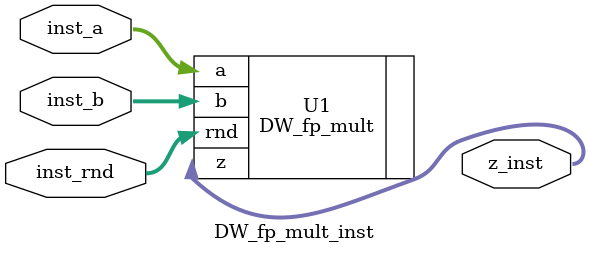
<source format=v>
/*
`include "/usr/cad/synopsys/synthesis/cur/dw/sim_ver/DW_fp_add.v"
`include "/usr/cad/synopsys/synthesis/cur/dw/sim_ver/DW_fp_sub.v"
`include "/usr/cad/synopsys/synthesis/cur/dw/sim_ver/DW_fp_addsub.v"
`include "/usr/cad/synopsys/synthesis/cur/dw/sim_ver/DW_fp_mult.v"
*/
// synopsys translate_on
module NN(
	// Input signals
	clk,
	rst_n,
	in_valid_d,
	in_valid_t,
	in_valid_w1,
	in_valid_w2,
	data_point,
	target,
	weight1,
	weight2,
	// Output signals
	out_valid,
	out
);

input clk,rst_n,in_valid_d,in_valid_t,in_valid_w1,in_valid_w2;
input [31:0] data_point,target,weight1,weight2;
output out_valid;
output [31:0] out;

//parameter
localparam IDLE   = 3'b000;
localparam   BW   = 3'b001;
localparam   WB   = 3'b010;
localparam   OUT  = 3'b100;

parameter LEARNING_RATE = 32'h3A83126F; 
parameter FP_ZERO = 32'b0_0000_0000_00000000000000000000000 ;
parameter STATE = 3;
parameter DATA_LENGTH = 32;

integer i;

//wire
wire [DATA_LENGTH-1:0] m_out_1_wire,m_out_2_wire,m_out_3_wire;
wire [DATA_LENGTH-1:0] S_A_1_wire,S_A_2_wire,S_A_3_wire;

//reg
reg [STATE-1:0] current_state,next_state;
reg [1:0] counter_reg_state,counter_reg_data;

//reg_combination
reg [DATA_LENGTH-1:0] in_S_A_b1_reg,in_S_A_b2_reg,in_S_A_b3_reg;
reg [DATA_LENGTH-1:0] in_S_A_a1_reg,in_S_A_a2_reg,in_S_A_a3_reg;
reg [DATA_LENGTH-1:0] in_M_a1_reg,in_M_a2_reg,in_M_a3_reg;
reg [DATA_LENGTH-1:0] in_M_b1_reg,in_M_b2_reg,in_M_b3_reg;
reg [2:0]  in_S_A_op_reg;

//data's reg
reg [DATA_LENGTH-1:0] weight1_reg [0:11];
reg [DATA_LENGTH-1:0] weight2_reg [0:2];
reg [DATA_LENGTH-1:0] data_point_reg [0:3];
reg [DATA_LENGTH-1:0] target_reg;

//temp's reg
reg [2:0] grd_reg ;//gradient
reg [DATA_LENGTH-1:0] y_reg [0:2];
reg [DATA_LENGTH-1:0] delta_2;
reg [DATA_LENGTH-1:0] mul_reg [0:2];
reg [DATA_LENGTH-1:0] out_reg;

//output
assign out_valid = current_state[STATE-1] & counter_reg_state == 2'd1 ? 1 : 0;
assign out = current_state[STATE-1] & counter_reg_state == 2'd1 ? out_reg : FP_ZERO;

//flag
wire bw_start = counter_reg_state ==  'd3 & in_valid_d ;//may be merge
wire wb_bw_done  = counter_reg_state ==  'd3;
wire out_done = counter_reg_state == 'd2;

//================================================================
//  FSM
//================================================================ 

always @(posedge clk or negedge rst_n) begin
	if(~rst_n) begin
		current_state <= IDLE;
	end 
	else begin
		current_state <= next_state;
	end
end

always @(*) begin 
	case (current_state)
		IDLE : next_state = bw_start    ? BW   : IDLE;
		 BW  : next_state = wb_bw_done  ? WB   : BW;
		 WB  : next_state = wb_bw_done  ? OUT  : WB; 
		 OUT : next_state = out_done    ? IDLE : OUT; 
		default : next_state = IDLE;
	endcase
end

//================================================================
//  counter
//================================================================

//counter_reg_state
always @(posedge clk or negedge rst_n) begin 
	if(~rst_n) begin
		counter_reg_state <= 'd0;
	end 
	else begin
		case (current_state)
			IDLE  : counter_reg_state <= in_valid_d | in_valid_w1 ? counter_reg_state + 'd1 : 'd0;
			 BW   : counter_reg_state <= counter_reg_state + 'd1 ;
			 WB   : counter_reg_state <= counter_reg_state + 'd1 ;
			 OUT  : counter_reg_state <= out_done ? 'd0 : counter_reg_state + 'd1 ;
			default : counter_reg_state <= 'd0;
		endcase
	end
end

//counter_reg_data
always @(posedge clk or negedge rst_n) begin 
	if(~rst_n) begin
		counter_reg_data <= 'd0;
	end 
	else begin
		if(current_state == IDLE) begin
			if(counter_reg_state == 'd3) begin
				counter_reg_data <= counter_reg_data + 'd1;
			end
			else begin
				counter_reg_data <= counter_reg_data;
			end
		end
		else begin
			counter_reg_data <= 'd0;
		end
	end
end

//================================================================
//  data storage
//================================================================

//weight1_reg
always @(posedge clk or negedge rst_n) begin 
	if(~rst_n) begin
		for(i=0;i<12;i=i+1) begin
			weight1_reg[i] <= FP_ZERO;
		end
	end 
	else begin
		if(in_valid_w1) begin
			case (counter_reg_data)
				'd0:weight1_reg[counter_reg_state] <= weight1;
				'd1:weight1_reg[counter_reg_state + 4] <= weight1;
				'd2:weight1_reg[counter_reg_state + 8] <= weight1;
				default : weight1_reg[0] <= weight1_reg[0];
			endcase
		end
		else if(current_state[1] & counter_reg_state == 'd3) begin
			weight1_reg[0] <= S_A_1_wire;
			weight1_reg[4] <= S_A_2_wire;
			weight1_reg[8] <= S_A_3_wire;
		end
		else if(current_state[2]) begin
			case (counter_reg_state)
				 'd0:
				 begin
				 weight1_reg[1] <= S_A_1_wire;
				 weight1_reg[5] <= S_A_2_wire;
				 weight1_reg[9] <= S_A_3_wire;
				 end
				 'd1:
				 begin
				 weight1_reg[2]  <= S_A_1_wire;
				 weight1_reg[6]  <= S_A_2_wire;
				 weight1_reg[10] <= S_A_3_wire;
				 end
				 'd2:
				 begin
				 weight1_reg[3]  <= S_A_1_wire;
				 weight1_reg[7]  <= S_A_2_wire;
				 weight1_reg[11] <= S_A_3_wire;
				 end
				default : weight1_reg[0] <= weight1_reg[0];
			endcase
		end
		else begin
			weight1_reg[0] <= weight1_reg[0];
		end
	end
end

//weight2_reg
always @(posedge clk or negedge rst_n) begin 
	if(~rst_n) begin
		for(i=0;i<3;i=i+1) begin
			weight2_reg[i] <= FP_ZERO;
		end
	end 
	else begin
		if(in_valid_w2) begin
			weight2_reg[counter_reg_state] <= weight2;
		end
		else if(current_state[1] & counter_reg_state == 'd0) begin
			weight2_reg[0] <= S_A_1_wire;
			weight2_reg[1] <= S_A_2_wire;
			weight2_reg[2] <= S_A_3_wire;
		end
		else begin
			weight2_reg[0] <= weight2_reg[0];
		end
	end
end

//data_point_reg
always @(posedge clk or negedge rst_n) begin 
	if(~rst_n) begin
		for(i=0;i<4;i=i+1) begin
			data_point_reg[i] <= FP_ZERO;
		end
	end 
	else begin 
		if(in_valid_d) begin
			data_point_reg[counter_reg_state] <= data_point;
		end
		else begin
			data_point_reg[0] <= data_point_reg[0];
		end
	end
end

//target_reg
always @(posedge clk or negedge rst_n) begin 
	if(~rst_n) begin
		target_reg <= FP_ZERO;
	end 
	else begin
		target_reg <= in_valid_t ? target : target_reg;
	end
end

//out_reg
always @(posedge clk or negedge rst_n) begin
	if(~rst_n) begin
		out_reg <= FP_ZERO;
	end 
	else begin
		if(current_state[0] && counter_reg_state == 'd2) begin
			out_reg <= mul_reg[2];
		end
		else if(current_state[0] && counter_reg_state == 'd3) begin
			out_reg <= S_A_1_wire;
		end
	end
end

//================================================================
//  temp storage
//================================================================

//mul_reg
always @(posedge clk or negedge rst_n) begin 
	if(~rst_n) begin
		for(i=0;i<3;i=i+1) begin
			mul_reg[i] <= FP_ZERO;
		end	
	end
	else if(current_state[1] & counter_reg_state == 'd0) begin
		mul_reg[0] <= grd_reg[0] ? m_out_1_wire : FP_ZERO;
		mul_reg[1] <= grd_reg[1] ? m_out_2_wire : FP_ZERO;
		mul_reg[2] <= grd_reg[2] ? m_out_3_wire : FP_ZERO;
	end
	else begin
		mul_reg[0] <= m_out_1_wire;
		mul_reg[1] <= m_out_2_wire;
		mul_reg[2] <= m_out_3_wire;
	end
end

//y_reg  RELU 
always @(posedge clk or negedge rst_n) begin
	if(~rst_n) begin
		for(i=0;i<3;i=i+1) begin
			y_reg[i] <= FP_ZERO;
		end	
	end 
	else begin
		if(in_valid_d) begin
			y_reg[0] <= S_A_1_wire;
			y_reg[1] <= S_A_2_wire;
			y_reg[2] <= S_A_3_wire;
		end
		else if(current_state[0] & counter_reg_state == 'd0) begin
			y_reg[0] <= S_A_1_wire[31] ? FP_ZERO : S_A_1_wire;
			y_reg[1] <= S_A_2_wire[31] ? FP_ZERO : S_A_2_wire;
			y_reg[2] <= S_A_3_wire[31] ? FP_ZERO : S_A_3_wire;
		end
		else if(current_state[0] & counter_reg_state == 'd2) begin
			y_reg[0] <= S_A_1_wire;
		end
		else if(current_state[1] & counter_reg_state == 'd2) begin
			y_reg[0] <= mul_reg[0];
			y_reg[1] <= mul_reg[1];
			y_reg[2] <= mul_reg[2];
		end
	    else if(current_state[2] & counter_reg_state == 2'd2) begin
			for(i=0;i<3;i=i+1) begin
				y_reg[i] <= FP_ZERO;
			end	
	    end
		else begin
			y_reg[0] <= y_reg[0];
		end
	end
end


//grd_reg
always @(posedge clk or negedge rst_n) begin 
	if(~rst_n) begin
		grd_reg <= 'd0;
	end 
	else begin
		if(current_state[0] & counter_reg_state == 'd0) begin
			grd_reg[0] <= S_A_1_wire[31] ? 0 : 1;
			grd_reg[1] <= S_A_2_wire[31] ? 0 : 1;
			grd_reg[2] <= S_A_3_wire[31] ? 0 : 1;
		end
		else begin
			grd_reg <= grd_reg;
		end
	end
end

//delta_2
always @(posedge clk or negedge rst_n) begin 
	if(~rst_n) begin
		delta_2 <= FP_ZERO;
	end 
	else begin
		if(current_state[0] & counter_reg_state == 'd2) begin
			delta_2 <= S_A_3_wire;
		end
		else begin
			delta_2 <= delta_2;
		end
	end
end

//================================================================
//  module IO pin
//================================================================

//in_M_a1_reg
always @(*) begin
	if(in_valid_d) begin
		in_M_a1_reg = data_point;
	end
	else if(current_state[0]) begin
		case (counter_reg_state)
			2'd1:in_M_a1_reg = y_reg[0];
			2'd2:in_M_a1_reg = LEARNING_RATE;
			2'd3:in_M_a1_reg = delta_2;
			default : in_M_a1_reg = FP_ZERO;
		endcase
	end
	else if(current_state[1]) begin
		case (counter_reg_state)
			2'd0:in_M_a1_reg = delta_2;
			2'd1:in_M_a1_reg = LEARNING_RATE;
			2'd2:in_M_a1_reg = data_point_reg[0];
			2'd3:in_M_a1_reg = data_point_reg[1];
			default : in_M_a1_reg = FP_ZERO;
		endcase
	end
	else if(current_state[2]) begin
		case (counter_reg_state)
			2'd0:in_M_a1_reg = data_point_reg[2];
			2'd1:in_M_a1_reg = data_point_reg[3];
			default : in_M_a1_reg = FP_ZERO;
		endcase
	end
	else begin
		in_M_a1_reg = FP_ZERO;
	end
end

//in_M_a2_reg
always @(*) begin
	if(in_valid_d) begin
		in_M_a2_reg = data_point;
	end
	else if(current_state[0]) begin
		case (counter_reg_state)
			2'd1:in_M_a2_reg = y_reg[1];
			2'd2:in_M_a2_reg = LEARNING_RATE;
			2'd3:in_M_a2_reg = delta_2;
			default : in_M_a2_reg = FP_ZERO;
		endcase
	end
	else if(current_state[1]) begin
		case (counter_reg_state)
			2'd0:in_M_a2_reg = delta_2;
			2'd1:in_M_a2_reg = LEARNING_RATE;
			2'd2:in_M_a2_reg = data_point_reg[0];
			2'd3:in_M_a2_reg = data_point_reg[1];
			default : in_M_a2_reg = FP_ZERO;
		endcase
	end
	else if(current_state[2]) begin
		case (counter_reg_state)
			2'd0:in_M_a2_reg = data_point_reg[2];
			2'd1:in_M_a2_reg = data_point_reg[3];
			default : in_M_a2_reg = FP_ZERO;
		endcase
	end
	else begin
		in_M_a2_reg = FP_ZERO;
	end
end

//in_M_a3_reg
always @(*) begin
	if(in_valid_d) begin
		in_M_a3_reg = data_point;
	end
	else if(current_state[0]) begin
		case (counter_reg_state)
			2'd1:in_M_a3_reg = y_reg[2];
			2'd2:in_M_a3_reg = LEARNING_RATE;
			2'd3:in_M_a3_reg = delta_2;
			default : in_M_a3_reg = FP_ZERO;
		endcase
	end
	else if(current_state[1]) begin
		case (counter_reg_state)
			2'd0:in_M_a3_reg = delta_2;
			2'd1:in_M_a3_reg = LEARNING_RATE;
			2'd2:in_M_a3_reg = data_point_reg[0];
			2'd3:in_M_a3_reg = data_point_reg[1];
			default : in_M_a3_reg = FP_ZERO;
		endcase
	end
	else if(current_state[2]) begin
		case (counter_reg_state)
			2'd0:in_M_a3_reg = data_point_reg[2];
			2'd1:in_M_a3_reg = data_point_reg[3];
			default : in_M_a3_reg = FP_ZERO;
		endcase
	end
	else begin
		in_M_a3_reg = FP_ZERO;
	end
end

//in_M_b1_reg
always @(*) begin
	if(in_valid_d) begin
		case (counter_reg_state)
			2'd0:in_M_b1_reg = weight1_reg[0];
			2'd1:in_M_b1_reg = weight1_reg[1];
			2'd2:in_M_b1_reg = weight1_reg[2];
			2'd3:in_M_b1_reg = weight1_reg[3];
			default : in_M_b1_reg = FP_ZERO;
		endcase	
	end
	else if(current_state[0]) begin
		case (counter_reg_state)
			2'd1:in_M_b1_reg = weight2_reg[0];
			2'd2:in_M_b1_reg = y_reg[0];
			2'd3:in_M_b1_reg = mul_reg[0];
			default : in_M_b1_reg = FP_ZERO;
		endcase
	end
	else if(current_state[1]) begin
		case (counter_reg_state)
			2'd0:in_M_b1_reg = weight2_reg[0];
			2'd1:in_M_b1_reg = mul_reg[0];
			2'd2:in_M_b1_reg = mul_reg[0];
			2'd3:in_M_b1_reg = y_reg[0];
			default : in_M_b1_reg = FP_ZERO;
		endcase
	end
	else if(current_state[2]) begin
		case (counter_reg_state)
			2'd0:in_M_b1_reg = y_reg[0];
			2'd1:in_M_b1_reg = y_reg[0];
			default : in_M_b1_reg = FP_ZERO;
		endcase
	end
	else begin
		in_M_b1_reg = FP_ZERO;
	end
end

//in_M_b2_reg
always @(*) begin
	if(in_valid_d) begin
		case (counter_reg_state)
			2'd0:in_M_b2_reg = weight1_reg[4];
			2'd1:in_M_b2_reg = weight1_reg[5];
			2'd2:in_M_b2_reg = weight1_reg[6];
			2'd3:in_M_b2_reg = weight1_reg[7];
			default : in_M_b2_reg = FP_ZERO;
		endcase	
	end
	else if(current_state[0]) begin
		case (counter_reg_state)
			2'd1:in_M_b2_reg = weight2_reg[1];
			2'd2:in_M_b2_reg = y_reg[1];
			2'd3:in_M_b2_reg = mul_reg[1];
			default : in_M_b2_reg = FP_ZERO;
		endcase
	end
	else if(current_state[1]) begin
		case (counter_reg_state)
			2'd0:in_M_b2_reg = weight2_reg[1];
			2'd1:in_M_b2_reg = mul_reg[1];
			2'd2:in_M_b2_reg = mul_reg[1];
			2'd3:in_M_b2_reg = y_reg[1];
			default : in_M_b2_reg = FP_ZERO;
		endcase
	end
	else if(current_state[2]) begin
		case (counter_reg_state)
			2'd0:in_M_b2_reg = y_reg[1];
			2'd1:in_M_b2_reg = y_reg[1];
			default : in_M_b2_reg = FP_ZERO;
		endcase
	end
	else begin
		in_M_b2_reg = FP_ZERO;
	end
end

//in_M_b3_reg
always @(*) begin
	if(in_valid_d) begin
		case (counter_reg_state)
			2'd0:in_M_b3_reg = weight1_reg[8];
			2'd1:in_M_b3_reg = weight1_reg[9];
			2'd2:in_M_b3_reg = weight1_reg[10];
			2'd3:in_M_b3_reg = weight1_reg[11];
			default : in_M_b3_reg = FP_ZERO;
		endcase	
	end
	else if(current_state[0]) begin
		case (counter_reg_state)
			2'd1:in_M_b3_reg = weight2_reg[2];
			2'd2:in_M_b3_reg = y_reg[2];
			2'd3:in_M_b3_reg = mul_reg[2];
			default : in_M_b3_reg = FP_ZERO;
		endcase
	end
	else if(current_state[1]) begin
		case (counter_reg_state)
			2'd0:in_M_b3_reg = weight2_reg[2];
			2'd1:in_M_b3_reg = mul_reg[2];
			2'd2:in_M_b3_reg = mul_reg[2];
			2'd3:in_M_b3_reg = y_reg[2];
			default : in_M_b3_reg = FP_ZERO;
		endcase
	end
	else if(current_state[2]) begin
		case (counter_reg_state)
			2'd0:in_M_b3_reg = y_reg[2];
			2'd1:in_M_b3_reg = y_reg[2];
			default : in_M_b3_reg = FP_ZERO;
		endcase
	end
	else begin
		in_M_b3_reg = FP_ZERO;
	end
end

//in_S_A_b1_reg
always @(*) begin
	if(current_state[0] && counter_reg_state == 'd3) begin
		in_S_A_b1_reg = y_reg[0];
	end
	else begin
		in_S_A_b1_reg = mul_reg[0];
	end
end

//in_S_A_b2_reg
always @(*) begin
	if(current_state[0] && counter_reg_state == 'd2) begin
		in_S_A_b2_reg = target_reg;
	end
	else begin
		in_S_A_b2_reg = mul_reg[1];
	end
end

//in_S_A_b3_reg
always @(*) begin
	if(current_state[0] && counter_reg_state == 'd2) begin
		in_S_A_b3_reg = S_A_1_wire;
	end
	else begin
		in_S_A_b3_reg = mul_reg[2];
	end
end

//in_S_A_a1_reg
always @(*) begin
	if(current_state[0] & counter_reg_state == 'd2) begin
		in_S_A_a1_reg = mul_reg[1];
	end
	else if(current_state[0] & counter_reg_state == 'd3) begin
		in_S_A_a1_reg = out_reg;
	end
	else if(current_state[1] & counter_reg_state == 2'd0) begin
		in_S_A_a1_reg = weight2_reg[0];
	end
	else if(current_state[1] & counter_reg_state == 2'd3) begin
		in_S_A_a1_reg = weight1_reg[0];
	end
	else if(current_state[2])begin
		case (counter_reg_state)
			2'd0:in_S_A_a1_reg = weight1_reg[1];
			2'd1:in_S_A_a1_reg = weight1_reg[2];
			2'd2:in_S_A_a1_reg = weight1_reg[3];
			default : in_S_A_a1_reg = FP_ZERO;
		endcase
	end
	else begin
		in_S_A_a1_reg = y_reg[0];
	end
end

//in_S_A_a2_reg
always @(*) begin
	if(current_state[0] & counter_reg_state == 'd2) begin
		in_S_A_a2_reg = mul_reg[2];
	end
	else if(current_state[1] & counter_reg_state == 2'd0) begin
		in_S_A_a2_reg = weight2_reg[1];
	end
	else if(current_state[1] & counter_reg_state == 2'd3) begin
		in_S_A_a2_reg = weight1_reg[4];
	end
	else if(current_state[2])begin
		case (counter_reg_state)
			2'd0:in_S_A_a2_reg = weight1_reg[5];
			2'd1:in_S_A_a2_reg = weight1_reg[6];
			2'd2:in_S_A_a2_reg = weight1_reg[7];
			default : in_S_A_a2_reg = FP_ZERO;
		endcase
	end
	else begin
		in_S_A_a2_reg = y_reg[1];
	end
end

//in_S_A_a3_reg
always @(*) begin
	if(current_state[0] && counter_reg_state == 'd2) begin
		in_S_A_a3_reg = S_A_2_wire;
	end
	else if(current_state[1] & counter_reg_state == 2'd0) begin
		in_S_A_a3_reg = weight2_reg[2];
	end
	else if(current_state[1] & counter_reg_state == 2'd3) begin
		in_S_A_a3_reg = weight1_reg[8];
	end
	else if(current_state[2])begin
		case (counter_reg_state)
			2'd0:in_S_A_a3_reg = weight1_reg[9];
			2'd1:in_S_A_a3_reg = weight1_reg[10];
			2'd2:in_S_A_a3_reg = weight1_reg[11];
			default : in_S_A_a3_reg = FP_ZERO;
		endcase
	end
	else begin
		in_S_A_a3_reg = y_reg[2];
	end
end

//in_S_A_op_reg
always @(*) begin 
	if(current_state[0] & counter_reg_state == 'd2) begin
		in_S_A_op_reg = 3'b010;
	end
	else if(current_state[1] & counter_reg_state == 2'd0) begin
		in_S_A_op_reg = 3'b111;
	end
	else if(current_state[1] & counter_reg_state == 2'd3) begin
		in_S_A_op_reg = 3'b111;
	end
	else if(current_state[2]) begin
		in_S_A_op_reg = 3'b111;
	end
	else begin
		in_S_A_op_reg = 3'b000;
	end
end

//================================================================
//  module initailize
//================================================================

DW_fp_addsub_inst S_A_1 (.inst_a(in_S_A_a1_reg), .inst_b(in_S_A_b1_reg) , .inst_rnd(3'b000), .inst_op(in_S_A_op_reg[0]), .z_inst(S_A_1_wire) );
DW_fp_addsub_inst S_A_2 (.inst_a(in_S_A_a2_reg), .inst_b(in_S_A_b2_reg) , .inst_rnd(3'b000), .inst_op(in_S_A_op_reg[1]), .z_inst(S_A_2_wire) );
DW_fp_addsub_inst S_A_3 (.inst_a(in_S_A_a3_reg), .inst_b(in_S_A_b3_reg) , .inst_rnd(3'b000), .inst_op(in_S_A_op_reg[2]), .z_inst(S_A_3_wire) );

DW_fp_mult_inst M1 (.inst_a(in_M_a1_reg), .inst_b(in_M_b1_reg) , .inst_rnd(3'b000), .z_inst(m_out_1_wire) );
DW_fp_mult_inst M2 (.inst_a(in_M_a2_reg), .inst_b(in_M_b2_reg) , .inst_rnd(3'b000), .z_inst(m_out_2_wire) );
DW_fp_mult_inst M3 (.inst_a(in_M_a3_reg), .inst_b(in_M_b3_reg) , .inst_rnd(3'b000), .z_inst(m_out_3_wire) );

endmodule

//================================================================
//  SUBMODULE : DesignWare
//================================================================

module DW_fp_addsub_inst (inst_a, inst_b , inst_rnd, inst_op, z_inst);

parameter sig_width = 23;      // RANGE 2 TO 253
parameter exp_width = 8;       // RANGE 3 TO 31
parameter ieee_compliance = 0; // RANGE 0 TO 1                  

// declaration of inputs and outputs
input  [sig_width+exp_width:0] inst_a,inst_b;
input  inst_op;
input  [2:0] inst_rnd;
output [sig_width+exp_width:0] z_inst;

DW_fp_addsub #(sig_width, exp_width, ieee_compliance)
	U1(	.a(inst_a),
		.b(inst_b),
		.rnd(inst_rnd),
		.op(inst_op),
		.z(z_inst) );

endmodule

module DW_fp_mult_inst (inst_a, inst_b , inst_rnd, z_inst);

parameter sig_width = 23;      // RANGE 2 TO 253
parameter exp_width = 8;       // RANGE 3 TO 31
parameter ieee_compliance = 0; // RANGE 0 TO 1

// declaration of inputs and outputs
input  [exp_width + sig_width:0] inst_a;
input  [exp_width + sig_width:0] inst_b;
input  [2:0] inst_rnd;
output [exp_width + sig_width:0] z_inst;
//Instance of DW_fp_mult

DW_fp_mult #(sig_width, exp_width, ieee_compliance)
	U1(	.a(inst_a),
		.b(inst_b),
		.rnd(inst_rnd),
		.z(z_inst) );

endmodule

</source>
